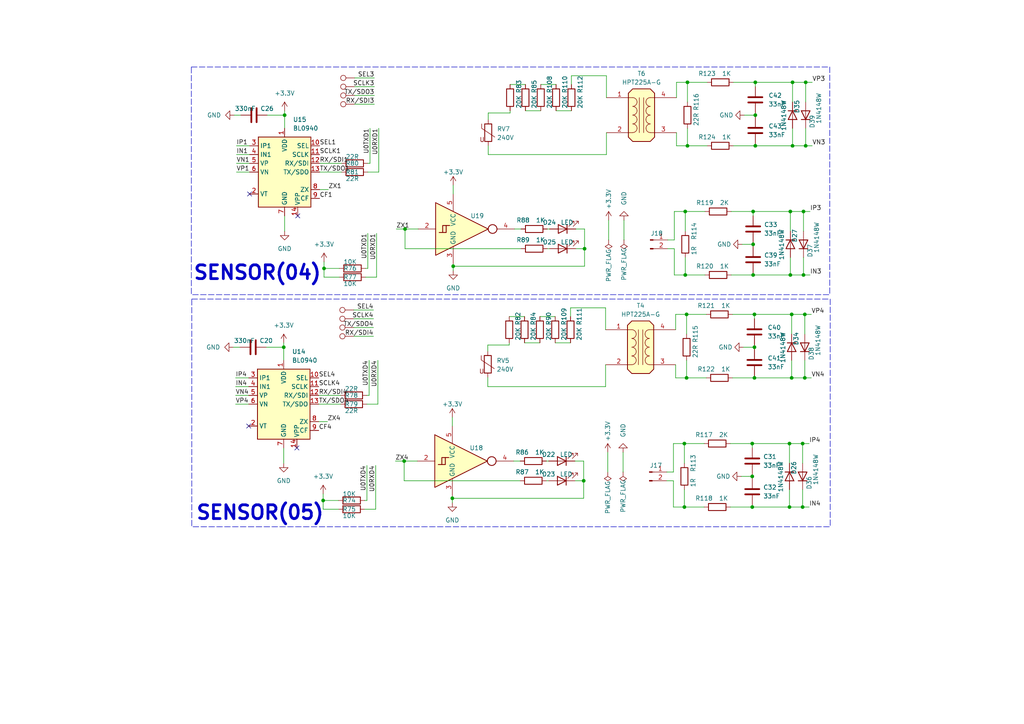
<source format=kicad_sch>
(kicad_sch (version 20231120) (generator "eeschema") (generator_version "8.0")
  (paper "A4")
  (lib_symbols
    (symbol "74xGxx:SN74LVC1G14DBV"
      (property "Reference" "U" (at -5.08 10.16 0))
      (property "Value" "SN74LVC1G14DBV" (at 20.32 10.16 0))
      (symbol "SN74LVC1G14DBV_0_1"
        (polyline (pts (xy -2.032 1.016) (xy -1.016 1.016)) (stroke (width 0.254)) (fill (type background)))
        (polyline (pts (xy -5.08 7.62) (xy -5.08 -7.62) (xy 10.16 0) (xy -5.08 7.62)) (stroke (width 0.254)) (fill (type background)))
        (polyline (pts (xy -3.048 -1.016) (xy -3.048 1.016) (xy -2.032 1.016) (xy -2.032 -1.016) (xy -4.064 -1.016)) (stroke (width 0.254)) (fill (type background)))
        (circle (center 11.43 0) (radius 1.27) (stroke (width 0.254)))
      )
      (symbol "SN74LVC1G14DBV_1_1"
        (pin no_connect line (at 10.16 0 180) (length 5.08) hide (name "NC") (number "1"))
        (pin input line (at -10.16 0 0) (length 5.08) (name "~") (number "2"))
        (pin power_in line (at 0 -10.16 90) (length 5.08) (name "GND") (number "3"))
        (pin output line (at 17.78 0 180) (length 5.08) (name "~") (number "4"))
        (pin power_in line (at 0 10.16 270) (length 5.08) (name "VCC") (number "5"))
      )
    )
    (symbol "Connector:Conn_01x02_Pin" (pin_names (offset 1.016) hide)
      (property "Reference" "J" (at 0 2.54 0))
      (property "Value" "Conn_01x02_Pin" (at 0 -5.08 0))
      (symbol "Conn_01x02_Pin_1_1"
        (polyline (pts (xy 1.27 -2.54) (xy 0.8636 -2.54)) (stroke (width 0.1524)))
        (polyline (pts (xy 1.27 0) (xy 0.8636 0)) (stroke (width 0.1524)))
        (rectangle (start 0.8636 -2.413) (end 0 -2.667) (stroke (width 0.1524)) (fill (type outline)))
        (rectangle (start 0.8636 0.127) (end 0 -0.127) (stroke (width 0.1524)) (fill (type outline)))
        (pin passive line (at 5.08 0 180) (length 3.81) (name "Pin_1") (number "1"))
        (pin passive line (at 5.08 -2.54 180) (length 3.81) (name "Pin_2") (number "2"))
      )
    )
    (symbol "Connector:TestPoint" (pin_numbers hide) (pin_names (offset 0.762) hide)
      (property "Reference" "TP" (at 0 6.858 0))
      (property "Value" "TestPoint" (at 0 5.08 0))
      (symbol "TestPoint_0_1"
        (circle (center 0 3.302) (radius 0.762))
      )
      (symbol "TestPoint_1_1"
        (pin passive line (at 0 0 90) (length 2.54) (name "1") (number "1"))
      )
    )
    (symbol "Device:C" (pin_numbers hide) (pin_names (offset 0.254))
      (property "Reference" "C" (at 0.635 2.54 0))
      (property "Value" "C" (at 0.635 -2.54 0))
      (symbol "C_0_1"
        (polyline (pts (xy -2.032 -0.762) (xy 2.032 -0.762)) (stroke (width 0.508)))
        (polyline (pts (xy -2.032 0.762) (xy 2.032 0.762)) (stroke (width 0.508)))
      )
      (symbol "C_1_1"
        (pin passive line (at 0 3.81 270) (length 2.794) (name "~") (number "1"))
        (pin passive line (at 0 -3.81 90) (length 2.794) (name "~") (number "2"))
      )
    )
    (symbol "Device:LED" (pin_numbers hide) (pin_names (offset 1.016) hide)
      (property "Reference" "D" (at 0 2.54 0))
      (property "Value" "LED" (at 0 -2.54 0))
      (symbol "LED_0_1"
        (polyline (pts (xy -1.27 -1.27) (xy -1.27 1.27)) (stroke (width 0.254)))
        (polyline (pts (xy -1.27 0) (xy 1.27 0)))
        (polyline (pts (xy 1.27 -1.27) (xy 1.27 1.27) (xy -1.27 0) (xy 1.27 -1.27)) (stroke (width 0.254)))
        (polyline (pts (xy -3.048 -0.762) (xy -4.572 -2.286) (xy -3.81 -2.286) (xy -4.572 -2.286) (xy -4.572 -1.524)))
        (polyline (pts (xy -1.778 -0.762) (xy -3.302 -2.286) (xy -2.54 -2.286) (xy -3.302 -2.286) (xy -3.302 -1.524)))
      )
      (symbol "LED_1_1"
        (pin passive line (at -3.81 0 0) (length 2.54) (name "K") (number "1"))
        (pin passive line (at 3.81 0 180) (length 2.54) (name "A") (number "2"))
      )
    )
    (symbol "Device:R" (pin_numbers hide) (pin_names (offset 0))
      (property "Reference" "R" (at 2.032 0 90))
      (property "Value" "R" (at 0 0 90))
      (symbol "R_0_1"
        (rectangle (start -1.016 -2.54) (end 1.016 2.54) (stroke (width 0.254)))
      )
      (symbol "R_1_1"
        (pin passive line (at 0 3.81 270) (length 1.27) (name "~") (number "1"))
        (pin passive line (at 0 -3.81 90) (length 1.27) (name "~") (number "2"))
      )
    )
    (symbol "Device:Transformer_Audio" (pin_names (offset 1.016) hide)
      (property "Reference" "T1" (at 0 12.7 0))
      (property "Value" "Transformer_Audio" (at 0 10.16 0))
      (symbol "Transformer_Audio_0_1"
        (arc (start -2.54 -5.0546) (mid -1.6599 -4.6901) (end -1.27 -3.81))
        (arc (start -2.54 -2.5146) (mid -1.6599 -2.1501) (end -1.27 -1.27))
        (arc (start -2.54 0.0254) (mid -1.6599 0.3899) (end -1.27 1.27))
        (arc (start -2.54 2.5654) (mid -1.6599 2.9299) (end -1.27 3.81))
        (arc (start -1.27 -3.81) (mid -1.642 -2.912) (end -2.54 -2.54))
        (arc (start -1.27 -1.27) (mid -1.642 -0.372) (end -2.54 0))
        (arc (start -1.27 1.27) (mid -1.642 2.168) (end -2.54 2.54))
        (arc (start -1.27 3.81) (mid -1.642 4.708) (end -2.54 5.08))
        (polyline (pts (xy -0.635 5.08) (xy -0.635 -5.08)))
        (polyline (pts (xy 0.635 -5.08) (xy 0.635 5.08)))
        (polyline (pts (xy -3.81 6.35) (xy -2.54 7.62) (xy 2.54 7.62) (xy 3.81 6.35) (xy 3.81 -6.35) (xy 2.54 -7.62) (xy -2.54 -7.62) (xy -3.81 -6.35) (xy -3.81 6.35)) (stroke (width 0.254)) (fill (type background)))
        (arc (start 1.2954 -1.27) (mid 1.6599 -2.1501) (end 2.54 -2.5146))
        (arc (start 1.2954 1.27) (mid 1.6599 0.3899) (end 2.54 0.0254))
        (arc (start 1.2954 3.81) (mid 1.6599 2.9299) (end 2.54 2.5654))
        (arc (start 1.3208 -3.81) (mid 1.6853 -4.6901) (end 2.5654 -5.0546))
        (arc (start 2.54 0) (mid 1.642 -0.372) (end 1.2954 -1.27))
        (arc (start 2.54 2.54) (mid 1.642 2.168) (end 1.2954 1.27))
        (arc (start 2.54 5.08) (mid 1.642 4.708) (end 1.2954 3.81))
        (arc (start 2.5654 -2.54) (mid 1.6674 -2.912) (end 1.3208 -3.81))
      )
      (symbol "Transformer_Audio_1_1"
        (pin passive line (at -10.16 5.08 0) (length 7.62) (name "AA") (number "1"))
        (pin passive line (at -10.16 -5.08 0) (length 7.62) (name "AB") (number "2"))
        (pin passive line (at 10.16 -5.08 180) (length 7.62) (name "SA") (number "3"))
        (pin passive line (at 10.16 5.08 180) (length 7.62) (name "SB") (number "4"))
      )
    )
    (symbol "Device:Varistor" (pin_numbers hide) (pin_names (offset 0))
      (property "Reference" "RV" (at 3.175 0 90))
      (property "Value" "Varistor" (at -3.175 0 90))
      (symbol "Varistor_0_0"
        (text "U" (at -1.778 -2.032 0) (effects (font (size 1.27 1.27))))
      )
      (symbol "Varistor_0_1"
        (rectangle (start -1.016 -2.54) (end 1.016 2.54) (stroke (width 0.254)))
        (polyline (pts (xy -1.905 2.54) (xy -1.905 1.27) (xy 1.905 -1.27)))
      )
      (symbol "Varistor_1_1"
        (pin passive line (at 0 3.81 270) (length 1.27) (name "~") (number "1"))
        (pin passive line (at 0 -3.81 90) (length 1.27) (name "~") (number "2"))
      )
    )
    (symbol "Diode:1N4148W" (pin_numbers hide) (pin_names hide)
      (property "Reference" "D" (at 0 2.54 0))
      (property "Value" "1N4148W" (at 0 -2.54 0))
      (symbol "1N4148W_0_1"
        (polyline (pts (xy -1.27 1.27) (xy -1.27 -1.27)) (stroke (width 0.254)))
        (polyline (pts (xy 1.27 0) (xy -1.27 0)))
        (polyline (pts (xy 1.27 1.27) (xy 1.27 -1.27) (xy -1.27 0) (xy 1.27 1.27)) (stroke (width 0.254)))
      )
      (symbol "1N4148W_1_1"
        (pin passive line (at -3.81 0 0) (length 2.54) (name "K") (number "1"))
        (pin passive line (at 3.81 0 180) (length 2.54) (name "A") (number "2"))
      )
    )
    (symbol "Sensor:BL0937"
      (property "Reference" "U2" (at 2.4028 10.16 0))
      (property "Value" "BL0940" (at 2.4028 7.62 0))
      (symbol "BL0937_0_1"
        (rectangle (start -7.62 5.08) (end 7.62 -15.24) (stroke (width 0.254)) (fill (type background)))
      )
      (symbol "BL0937_1_1"
        (pin power_in line (at 0 7.62 270) (length 2.54) (name "VDD") (number "1"))
        (pin output line (at 10.16 2.54 180) (length 2.54) (name "SEL") (number "10"))
        (pin input line (at 10.16 0 180) (length 2.54) (name "SCLK") (number "11"))
        (pin output line (at 10.16 -2.54 180) (length 2.54) (name "RX/SDI") (number "12"))
        (pin output line (at 10.16 -5.08 180) (length 2.54) (name "TX/SDO") (number "13"))
        (pin output line (at 3.81 -17.78 90) (length 2.54) (name "VPP") (number "14"))
        (pin input line (at -10.16 -11.43 0) (length 2.54) (name "VT") (number "2"))
        (pin input line (at -10.16 2.54 0) (length 2.54) (name "IP1") (number "3"))
        (pin input line (at -10.16 0 0) (length 2.54) (name "IN1") (number "4"))
        (pin input line (at -10.16 -2.54 0) (length 2.54) (name "VP") (number "5"))
        (pin input line (at -10.16 -5.08 0) (length 2.54) (name "VN") (number "6"))
        (pin power_in line (at 0 -17.78 90) (length 2.54) (name "GND") (number "7"))
        (pin output line (at 10.16 -10.16 180) (length 2.54) (name "ZX") (number "8"))
        (pin output line (at 10.16 -12.7 180) (length 2.54) (name "CF") (number "9"))
      )
    )
    (symbol "power:+3.3V" (power) (pin_names (offset 0))
      (property "Value" "+3.3V" (at 0 3.556 0))
      (symbol "+3.3V_0_1"
        (polyline (pts (xy -0.762 1.27) (xy 0 2.54)))
        (polyline (pts (xy 0 0) (xy 0 2.54)))
        (polyline (pts (xy 0 2.54) (xy 0.762 1.27)))
      )
      (symbol "+3.3V_1_1"
        (pin power_in line (at 0 0 90) (length 0) hide (name "+3.3V") (number "1"))
      )
    )
    (symbol "power:GND" (power) (pin_names (offset 0))
      (property "Value" "GND" (at 0 -3.81 0))
      (symbol "GND_0_1"
        (polyline (pts (xy 0 0) (xy 0 -1.27) (xy 1.27 -1.27) (xy 0 -2.54) (xy -1.27 -1.27) (xy 0 -1.27)))
      )
      (symbol "GND_1_1"
        (pin power_in line (at 0 0 270) (length 0) hide (name "GND") (number "1"))
      )
    )
    (symbol "power:PWR_FLAG" (power) (pin_numbers hide) (pin_names (offset 0) hide)
      (property "Value" "PWR_FLAG" (at 0 3.81 0))
      (symbol "PWR_FLAG_0_0"
        (pin power_out line (at 0 0 90) (length 0) (name "pwr") (number "1"))
      )
      (symbol "PWR_FLAG_0_1"
        (polyline (pts (xy 0 0) (xy 0 1.27) (xy -1.016 1.905) (xy 0 2.54) (xy 1.016 1.905) (xy 0 1.27)))
      )
    )
  )
  (junction (at 229.87 23.876))
  (junction (at 233.426 91.186))
  (junction (at 228.981 128.651))
  (junction (at 219.075 23.876))
  (junction (at 233.045 79.756))
  (junction (at 229.87 42.291))
  (junction (at 131.191 144.526))
  (junction (at 117.475 66.421))
  (junction (at 218.186 147.066))
  (junction (at 198.755 79.756))
  (junction (at 131.445 77.216))
  (junction (at 233.68 42.291))
  (junction (at 229.616 109.601))
  (junction (at 117.221 133.731))
  (junction (at 198.501 128.651))
  (junction (at 218.44 79.756))
  (junction (at 232.791 128.651))
  (junction (at 229.616 91.186))
  (junction (at 219.075 42.291))
  (junction (at 219.075 33.401))
  (junction (at 198.501 147.066))
  (junction (at 93.98 77.851))
  (junction (at 218.821 100.711))
  (junction (at 93.726 145.161))
  (junction (at 169.545 72.136))
  (junction (at 218.821 91.186))
  (junction (at 228.981 147.066))
  (junction (at 233.68 23.876))
  (junction (at 199.39 42.291))
  (junction (at 82.55 33.401))
  (junction (at 218.44 70.866))
  (junction (at 229.235 79.756))
  (junction (at 169.291 139.446))
  (junction (at 199.136 109.601))
  (junction (at 229.235 61.341))
  (junction (at 218.821 109.601))
  (junction (at 232.791 147.066))
  (junction (at 218.186 128.651))
  (junction (at 218.186 138.176))
  (junction (at 82.296 100.711))
  (junction (at 233.045 61.341))
  (junction (at 198.755 61.341))
  (junction (at 199.39 23.876))
  (junction (at 233.426 109.601))
  (junction (at 218.44 61.341))
  (junction (at 199.136 91.186))
  (no_connect (at 86.106 129.921))
  (no_connect (at 86.36 62.611))
  (no_connect (at 72.136 123.571))
  (no_connect (at 72.39 56.261))
  (wire (pts (xy 218.44 70.231) (xy 218.44 70.866)))
  (wire (pts (xy 131.191 144.526) (xy 131.191 145.796)))
  (wire (pts (xy 228.981 128.651) (xy 218.186 128.651)))
  (wire (pts (xy 233.426 91.186) (xy 235.331 91.186)))
  (wire (pts (xy 93.98 80.391) (xy 98.425 80.391)))
  (wire (pts (xy 212.471 91.186) (xy 218.821 91.186)))
  (wire (pts (xy 215.265 70.866) (xy 218.44 70.866)))
  (wire (pts (xy 141.478 100.076) (xy 147.701 100.076)))
  (wire (pts (xy 196.215 42.291) (xy 199.39 42.291)))
  (wire (pts (xy 229.235 79.756) (xy 218.44 79.756)))
  (wire (pts (xy 175.895 44.831) (xy 141.605 44.831)))
  (wire (pts (xy 152.4 32.131) (xy 156.845 32.131)))
  (wire (pts (xy 195.58 61.341) (xy 195.58 69.596)))
  (wire (pts (xy 229.235 67.056) (xy 229.235 61.341)))
  (wire (pts (xy 232.791 134.366) (xy 232.791 128.651)))
  (wire (pts (xy 68.58 44.831) (xy 72.39 44.831)))
  (wire (pts (xy 92.71 47.371) (xy 99.06 47.371)))
  (wire (pts (xy 195.961 91.186) (xy 199.136 91.186)))
  (wire (pts (xy 199.39 29.591) (xy 199.39 23.876)))
  (wire (pts (xy 219.075 32.766) (xy 219.075 33.401)))
  (wire (pts (xy 141.605 32.766) (xy 147.955 32.766)))
  (wire (pts (xy 195.961 109.601) (xy 199.136 109.601)))
  (wire (pts (xy 233.68 29.591) (xy 233.68 23.876)))
  (wire (pts (xy 228.981 147.066) (xy 218.186 147.066)))
  (wire (pts (xy 161.036 99.441) (xy 165.481 99.441)))
  (wire (pts (xy 108.966 135.001) (xy 108.966 147.701)))
  (wire (pts (xy 68.58 47.371) (xy 72.39 47.371)))
  (wire (pts (xy 198.755 74.676) (xy 198.755 79.756)))
  (wire (pts (xy 233.045 74.676) (xy 233.045 79.756)))
  (wire (pts (xy 107.315 37.211) (xy 107.315 47.371)))
  (wire (pts (xy 68.58 42.291) (xy 72.39 42.291)))
  (wire (pts (xy 106.045 80.391) (xy 109.22 80.391)))
  (wire (pts (xy 180.975 69.596) (xy 180.975 63.881)))
  (wire (pts (xy 193.421 136.906) (xy 195.326 136.906)))
  (wire (pts (xy 117.221 139.446) (xy 117.221 133.731)))
  (wire (pts (xy 193.675 72.136) (xy 195.58 72.136)))
  (wire (pts (xy 198.755 61.341) (xy 204.47 61.341)))
  (wire (pts (xy 218.44 61.341) (xy 218.44 62.611)))
  (wire (pts (xy 195.961 105.791) (xy 195.961 109.601)))
  (wire (pts (xy 233.045 61.341) (xy 229.235 61.341)))
  (wire (pts (xy 92.456 117.221) (xy 98.806 117.221)))
  (wire (pts (xy 233.426 91.186) (xy 229.616 91.186)))
  (wire (pts (xy 215.9 33.401) (xy 219.075 33.401)))
  (wire (pts (xy 195.58 79.756) (xy 198.755 79.756)))
  (wire (pts (xy 199.39 42.291) (xy 205.105 42.291)))
  (wire (pts (xy 211.836 128.651) (xy 218.186 128.651)))
  (wire (pts (xy 93.726 145.161) (xy 93.726 147.701)))
  (wire (pts (xy 147.955 24.511) (xy 152.4 24.511)))
  (wire (pts (xy 212.09 79.756) (xy 218.44 79.756)))
  (wire (pts (xy 198.755 67.056) (xy 198.755 61.341)))
  (wire (pts (xy 165.735 24.511) (xy 165.735 21.971)))
  (wire (pts (xy 148.971 133.731) (xy 150.876 133.731)))
  (wire (pts (xy 159.385 66.421) (xy 158.75 66.421)))
  (wire (pts (xy 131.445 76.581) (xy 131.445 77.216)))
  (wire (pts (xy 114.681 133.731) (xy 117.221 133.731)))
  (wire (pts (xy 68.326 112.141) (xy 72.136 112.141)))
  (wire (pts (xy 77.47 33.401) (xy 82.55 33.401)))
  (wire (pts (xy 93.726 147.701) (xy 98.171 147.701)))
  (wire (pts (xy 68.326 114.681) (xy 72.136 114.681)))
  (wire (pts (xy 108.585 25.146) (xy 102.87 25.146)))
  (wire (pts (xy 109.855 37.211) (xy 109.855 49.911)))
  (wire (pts (xy 233.045 67.056) (xy 233.045 61.341)))
  (wire (pts (xy 229.87 29.591) (xy 229.87 23.876)))
  (wire (pts (xy 195.326 128.651) (xy 198.501 128.651)))
  (wire (pts (xy 105.791 145.161) (xy 106.426 145.161)))
  (wire (pts (xy 195.326 147.066) (xy 198.501 147.066)))
  (wire (pts (xy 106.045 77.851) (xy 106.68 77.851)))
  (wire (pts (xy 229.616 91.186) (xy 218.821 91.186)))
  (wire (pts (xy 131.191 121.031) (xy 131.191 123.571)))
  (wire (pts (xy 105.791 147.701) (xy 108.966 147.701)))
  (wire (pts (xy 147.955 32.766) (xy 147.955 32.131)))
  (wire (pts (xy 193.421 139.446) (xy 195.326 139.446)))
  (wire (pts (xy 141.605 34.671) (xy 141.605 32.766)))
  (wire (pts (xy 107.061 104.521) (xy 107.061 114.681)))
  (wire (pts (xy 156.845 24.511) (xy 161.29 24.511)))
  (wire (pts (xy 77.216 100.711) (xy 82.296 100.711)))
  (wire (pts (xy 176.53 69.596) (xy 176.53 63.881)))
  (wire (pts (xy 68.326 117.221) (xy 72.136 117.221)))
  (wire (pts (xy 93.98 75.946) (xy 93.98 77.851)))
  (wire (pts (xy 198.501 141.986) (xy 198.501 147.066)))
  (wire (pts (xy 199.136 91.186) (xy 204.851 91.186)))
  (wire (pts (xy 233.045 79.756) (xy 234.95 79.756)))
  (wire (pts (xy 215.011 138.176) (xy 218.186 138.176)))
  (wire (pts (xy 199.136 96.901) (xy 199.136 91.186)))
  (wire (pts (xy 233.426 109.601) (xy 229.616 109.601)))
  (wire (pts (xy 229.616 96.901) (xy 229.616 91.186)))
  (wire (pts (xy 233.68 37.211) (xy 233.68 42.291)))
  (wire (pts (xy 93.726 143.256) (xy 93.726 145.161)))
  (wire (pts (xy 198.755 79.756) (xy 204.47 79.756)))
  (wire (pts (xy 131.191 144.526) (xy 169.291 144.526)))
  (wire (pts (xy 141.605 44.831) (xy 141.605 42.291)))
  (wire (pts (xy 108.585 30.226) (xy 102.87 30.226)))
  (wire (pts (xy 228.981 141.986) (xy 228.981 147.066)))
  (wire (pts (xy 195.326 139.446) (xy 195.326 147.066)))
  (wire (pts (xy 161.29 32.131) (xy 165.735 32.131)))
  (wire (pts (xy 92.71 49.911) (xy 99.06 49.911)))
  (wire (pts (xy 117.475 66.421) (xy 121.285 66.421)))
  (wire (pts (xy 195.326 128.651) (xy 195.326 136.906)))
  (wire (pts (xy 141.478 112.141) (xy 141.478 109.474)))
  (wire (pts (xy 150.876 139.446) (xy 117.221 139.446)))
  (wire (pts (xy 212.725 42.291) (xy 219.075 42.291)))
  (wire (pts (xy 156.591 91.821) (xy 161.036 91.821)))
  (wire (pts (xy 229.87 37.211) (xy 229.87 42.291)))
  (wire (pts (xy 196.215 38.481) (xy 196.215 42.291)))
  (wire (pts (xy 141.478 101.854) (xy 141.478 100.076)))
  (wire (pts (xy 147.701 100.076) (xy 147.701 99.441)))
  (wire (pts (xy 175.641 112.141) (xy 141.478 112.141)))
  (wire (pts (xy 229.87 42.291) (xy 219.075 42.291)))
  (wire (pts (xy 218.821 91.186) (xy 218.821 92.456)))
  (wire (pts (xy 232.791 147.066) (xy 234.696 147.066)))
  (wire (pts (xy 175.895 38.481) (xy 175.895 44.831)))
  (wire (pts (xy 165.735 21.971) (xy 175.895 21.971)))
  (wire (pts (xy 169.291 133.731) (xy 169.291 139.446)))
  (wire (pts (xy 228.981 134.366) (xy 228.981 128.651)))
  (wire (pts (xy 147.701 91.821) (xy 152.146 91.821)))
  (wire (pts (xy 131.445 77.216) (xy 169.545 77.216)))
  (wire (pts (xy 93.98 77.851) (xy 98.425 77.851)))
  (wire (pts (xy 218.44 70.866) (xy 218.44 71.501)))
  (wire (pts (xy 106.68 49.911) (xy 109.855 49.911)))
  (wire (pts (xy 233.68 23.876) (xy 229.87 23.876)))
  (wire (pts (xy 108.331 92.456) (xy 102.616 92.456)))
  (wire (pts (xy 82.55 32.131) (xy 82.55 33.401)))
  (wire (pts (xy 215.646 100.711) (xy 218.821 100.711)))
  (wire (pts (xy 232.791 141.986) (xy 232.791 147.066)))
  (wire (pts (xy 196.215 23.876) (xy 199.39 23.876)))
  (wire (pts (xy 211.836 147.066) (xy 218.186 147.066)))
  (wire (pts (xy 218.821 100.076) (xy 218.821 100.711)))
  (wire (pts (xy 218.186 137.541) (xy 218.186 138.176)))
  (wire (pts (xy 195.58 72.136) (xy 195.58 79.756)))
  (wire (pts (xy 117.221 133.731) (xy 121.031 133.731)))
  (wire (pts (xy 175.641 105.791) (xy 175.641 112.141)))
  (wire (pts (xy 82.296 134.366) (xy 82.296 129.921)))
  (wire (pts (xy 176.276 136.906) (xy 176.276 131.191)))
  (wire (pts (xy 82.296 100.711) (xy 82.296 104.521)))
  (wire (pts (xy 218.821 100.711) (xy 218.821 101.346)))
  (wire (pts (xy 159.385 72.136) (xy 158.75 72.136)))
  (wire (pts (xy 229.235 74.676) (xy 229.235 79.756)))
  (wire (pts (xy 151.13 72.136) (xy 117.475 72.136)))
  (wire (pts (xy 233.68 42.291) (xy 235.585 42.291)))
  (wire (pts (xy 106.68 67.691) (xy 106.68 77.851)))
  (wire (pts (xy 152.146 99.441) (xy 156.591 99.441)))
  (wire (pts (xy 106.426 114.681) (xy 107.061 114.681)))
  (wire (pts (xy 131.191 143.891) (xy 131.191 144.526)))
  (wire (pts (xy 106.426 135.001) (xy 106.426 145.161)))
  (wire (pts (xy 109.601 104.521) (xy 109.601 117.221)))
  (wire (pts (xy 108.585 27.686) (xy 102.87 27.686)))
  (wire (pts (xy 68.326 109.601) (xy 72.136 109.601)))
  (wire (pts (xy 93.98 77.851) (xy 93.98 80.391)))
  (wire (pts (xy 180.721 136.906) (xy 180.721 131.191)))
  (wire (pts (xy 219.075 23.876) (xy 219.075 25.146)))
  (wire (pts (xy 82.296 99.441) (xy 82.296 100.711)))
  (wire (pts (xy 232.791 128.651) (xy 234.696 128.651)))
  (wire (pts (xy 233.68 23.876) (xy 235.585 23.876)))
  (wire (pts (xy 108.331 94.996) (xy 102.616 94.996)))
  (wire (pts (xy 106.426 117.221) (xy 109.601 117.221)))
  (wire (pts (xy 159.131 139.446) (xy 158.496 139.446)))
  (wire (pts (xy 95.25 54.991) (xy 92.71 54.991)))
  (wire (pts (xy 233.426 109.601) (xy 235.331 109.601)))
  (wire (pts (xy 218.186 146.431) (xy 218.186 147.066)))
  (wire (pts (xy 198.501 128.651) (xy 204.216 128.651)))
  (wire (pts (xy 218.44 79.121) (xy 218.44 79.756)))
  (wire (pts (xy 229.235 61.341) (xy 218.44 61.341)))
  (wire (pts (xy 198.501 147.066) (xy 204.216 147.066)))
  (wire (pts (xy 82.55 33.401) (xy 82.55 37.211)))
  (wire (pts (xy 94.996 122.301) (xy 92.456 122.301)))
  (wire (pts (xy 229.616 109.601) (xy 218.821 109.601)))
  (wire (pts (xy 68.58 49.911) (xy 72.39 49.911)))
  (wire (pts (xy 199.39 23.876) (xy 205.105 23.876)))
  (wire (pts (xy 159.131 133.731) (xy 158.496 133.731)))
  (wire (pts (xy 233.045 61.341) (xy 234.95 61.341)))
  (wire (pts (xy 169.545 66.421) (xy 169.545 72.136)))
  (wire (pts (xy 67.945 33.401) (xy 69.85 33.401)))
  (wire (pts (xy 196.215 28.321) (xy 196.215 23.876)))
  (wire (pts (xy 131.445 77.216) (xy 131.445 78.486)))
  (wire (pts (xy 232.791 128.651) (xy 228.981 128.651)))
  (wire (pts (xy 199.136 104.521) (xy 199.136 109.601)))
  (wire (pts (xy 92.456 114.681) (xy 98.806 114.681)))
  (wire (pts (xy 108.331 89.916) (xy 102.616 89.916)))
  (wire (pts (xy 198.501 134.366) (xy 198.501 128.651)))
  (wire (pts (xy 165.481 89.281) (xy 175.641 89.281)))
  (wire (pts (xy 82.55 67.056) (xy 82.55 62.611)))
  (wire (pts (xy 114.935 66.421) (xy 117.475 66.421)))
  (wire (pts (xy 169.545 72.136) (xy 169.545 77.216)))
  (wire (pts (xy 232.791 147.066) (xy 228.981 147.066)))
  (wire (pts (xy 131.445 53.721) (xy 131.445 56.261)))
  (wire (pts (xy 199.39 37.211) (xy 199.39 42.291)))
  (wire (pts (xy 229.87 23.876) (xy 219.075 23.876)))
  (wire (pts (xy 219.075 33.401) (xy 219.075 34.036)))
  (wire (pts (xy 199.136 109.601) (xy 204.851 109.601)))
  (wire (pts (xy 219.075 41.656) (xy 219.075 42.291)))
  (wire (pts (xy 167.005 72.136) (xy 169.545 72.136)))
  (wire (pts (xy 229.616 104.521) (xy 229.616 109.601)))
  (wire (pts (xy 218.821 108.966) (xy 218.821 109.601)))
  (wire (pts (xy 193.675 69.596) (xy 195.58 69.596)))
  (wire (pts (xy 93.726 145.161) (xy 98.171 145.161)))
  (wire (pts (xy 149.225 66.421) (xy 151.13 66.421)))
  (wire (pts (xy 117.475 72.136) (xy 117.475 66.421)))
  (wire (pts (xy 106.68 47.371) (xy 107.315 47.371)))
  (wire (pts (xy 175.895 21.971) (xy 175.895 28.321)))
  (wire (pts (xy 218.186 128.651) (xy 218.186 129.921)))
  (wire (pts (xy 109.22 67.691) (xy 109.22 80.391)))
  (wire (pts (xy 233.426 96.901) (xy 233.426 91.186)))
  (wire (pts (xy 233.68 42.291) (xy 229.87 42.291)))
  (wire (pts (xy 108.331 97.536) (xy 102.616 97.536)))
  (wire (pts (xy 212.725 23.876) (xy 219.075 23.876)))
  (wire (pts (xy 165.481 91.821) (xy 165.481 89.281)))
  (wire (pts (xy 195.58 61.341) (xy 198.755 61.341)))
  (wire (pts (xy 218.186 138.176) (xy 218.186 138.811)))
  (wire (pts (xy 166.751 139.446) (xy 169.291 139.446)))
  (wire (pts (xy 233.045 79.756) (xy 229.235 79.756)))
  (wire (pts (xy 233.426 104.521) (xy 233.426 109.601)))
  (wire (pts (xy 166.751 133.731) (xy 169.291 133.731)))
  (wire (pts (xy 212.471 109.601) (xy 218.821 109.601)))
  (wire (pts (xy 108.585 22.606) (xy 102.87 22.606)))
  (wire (pts (xy 175.641 89.281) (xy 175.641 95.631)))
  (wire (pts (xy 212.09 61.341) (xy 218.44 61.341)))
  (wire (pts (xy 169.291 139.446) (xy 169.291 144.526)))
  (wire (pts (xy 67.691 100.711) (xy 69.596 100.711)))
  (wire (pts (xy 167.005 66.421) (xy 169.545 66.421)))
  (wire (pts (xy 195.961 95.631) (xy 195.961 91.186)))
  (rectangle (start 240.665 19.431) (end 55.499 85.471) (stroke (width 0) (type dash)))
  (rectangle (start 55.626 86.741) (end 240.792 152.781) (stroke (width 0) (type dash)))
  (text "SENSOR(05)" (at 75.438 148.844 0) (effects (font (size 4 4) (thickness 0.8) (bold yes))))
  (text "SENSOR(04)" (at 74.676 79.248 0) (effects (font (size 4 4) (thickness 0.8) (bold yes))))
  (label "SEL4" (at 92.456 109.601 0))
  (label "U0TXD4" (at 107.061 104.521 270))
  (label "SEL4" (at 108.331 89.916 180))
  (label "U0TXD1" (at 107.315 37.211 270))
  (label "IP1" (at 68.58 42.291 0))
  (label "IN1" (at 68.58 44.831 0))
  (label "RX{slash}SDI3" (at 108.585 30.226 180))
  (label "CF1" (at 92.71 57.531 0))
  (label "IP4" (at 68.326 109.601 0))
  (label "SEL1" (at 92.71 42.291 0))
  (label "IP4" (at 234.696 128.651 0))
  (label "ZX4" (at 114.681 133.731 0))
  (label "VP4" (at 235.331 91.186 0))
  (label "RX{slash}SDI4" (at 92.456 114.681 0))
  (label "RX{slash}SDI1" (at 92.71 47.371 0))
  (label "CF4" (at 92.456 124.841 0))
  (label "VP1" (at 68.58 49.911 0))
  (label "VP3" (at 235.585 23.876 0))
  (label "IN4" (at 68.326 112.141 0))
  (label "U0RXD1" (at 109.22 67.691 270))
  (label "IP3" (at 234.95 61.341 0))
  (label "VN4" (at 235.331 109.601 0))
  (label "SCLK3" (at 108.585 25.146 180))
  (label "TX{slash}SDO3" (at 108.585 27.686 180))
  (label "VP4" (at 68.326 117.221 0))
  (label "VN3" (at 235.585 42.291 0))
  (label "U0RXD4" (at 109.601 104.521 270))
  (label "RX{slash}SDI4" (at 108.331 97.536 180))
  (label "TX{slash}SDO4" (at 92.456 117.221 0))
  (label "ZX4" (at 94.996 122.301 0))
  (label "SEL3" (at 108.585 22.606 180))
  (label "ZX1" (at 95.25 54.991 0))
  (label "U0RXD4" (at 108.966 135.001 270))
  (label "SCLK4" (at 108.331 92.456 180))
  (label "IN3" (at 234.95 79.756 0))
  (label "ZX1" (at 114.935 66.421 0))
  (label "VN1" (at 68.58 47.371 0))
  (label "SCLK4" (at 92.456 112.141 0))
  (label "TX{slash}SDO1" (at 92.71 49.911 0))
  (label "IN4" (at 234.696 147.066 0))
  (label "VN4" (at 68.326 114.681 0))
  (label "TX{slash}SDO4" (at 108.331 94.996 180))
  (label "SCLK1" (at 92.71 44.831 0))
  (label "U0TXD4" (at 106.426 135.001 270))
  (label "U0TXD1" (at 106.68 67.691 270))
  (label "U0RXD1" (at 109.855 37.211 270))
  (symbol (lib_id "Device:R") (at 208.026 128.651 90) (unit 1)
    (property "Reference" "R117" (at 206.756 126.111 90) (effects (justify left)))
    (property "Value" "2K" (at 211.201 126.111 90) (effects (justify left)))
    (property "Footprint" "Resistor_SMD:R_0603_1608Metric" (effects (hide yes)))
  )
  (symbol (lib_id "power:+3.3V") (at 131.191 121.031 0) (unit 1)
    (property "Reference" "#PWR081" (effects (hide yes)))
    (property "Value" "+3.3V" (at 131.191 117.221 0))
  )
  (symbol (lib_id "Connector:TestPoint") (at 102.87 30.226 90) (unit 1)
    (property "Reference" "TP26" (effects (hide yes)))
    (property "Value" "TestPoint" (effects (hide yes)))
    (property "Footprint" "TestPoint:TestPoint_Pad_D1.5mm" (effects (hide yes)))
  )
  (symbol (lib_id "Device:R") (at 165.735 28.321 0) (unit 1)
    (property "Reference" "R112" (at 168.275 27.051 90) (effects (justify left)))
    (property "Value" "20K" (at 168.275 31.496 90) (effects (justify left)))
    (property "Footprint" "Resistor_SMD:R_0603_1608Metric" (effects (hide yes)))
  )
  (symbol (lib_id "Device:C") (at 218.44 75.311 0) (unit 1)
    (property "Reference" "C39" (at 221.615 74.041 0) (effects (justify left)))
    (property "Value" "33nF" (at 221.615 76.581 0) (effects (justify left)))
    (property "Footprint" "Capacitor_SMD:C_0603_1608Metric" (effects (hide yes)))
  )
  (symbol (lib_id "Device:R") (at 199.39 33.401 0) (unit 1)
    (property "Reference" "R116" (at 201.93 32.131 90) (effects (justify left)))
    (property "Value" "22R" (at 201.93 36.576 90) (effects (justify left)))
    (property "Footprint" "Resistor_SMD:R_0603_1608Metric" (effects (hide yes)))
  )
  (symbol (lib_id "Connector:TestPoint") (at 102.616 97.536 90) (unit 1)
    (property "Reference" "TP16" (effects (hide yes)))
    (property "Value" "TestPoint" (effects (hide yes)))
    (property "Footprint" "TestPoint:TestPoint_Pad_D1.5mm" (effects (hide yes)))
  )
  (symbol (lib_id "Connector:TestPoint") (at 102.87 27.686 90) (unit 1)
    (property "Reference" "TP25" (effects (hide yes)))
    (property "Value" "TestPoint" (effects (hide yes)))
    (property "Footprint" "TestPoint:TestPoint_Pad_D1.5mm" (effects (hide yes)))
  )
  (symbol (lib_id "Device:R") (at 198.755 70.866 0) (unit 1)
    (property "Reference" "R114" (at 201.295 69.596 90) (effects (justify left)))
    (property "Value" "1R" (at 201.295 74.041 90) (effects (justify left)))
    (property "Footprint" "Resistor_SMD:R_0603_1608Metric" (effects (hide yes)))
  )
  (symbol (lib_id "Device:LED") (at 162.941 133.731 180) (unit 1)
    (property "Reference" "D22" (at 159.131 131.826 0))
    (property "Value" "LED" (at 164.211 131.826 0))
    (property "Footprint" "LED_SMD:LED_0603_1608Metric" (effects (hide yes)))
  )
  (symbol (lib_id "Device:R") (at 199.136 100.711 0) (unit 1)
    (property "Reference" "R115" (at 201.676 99.441 90) (effects (justify left)))
    (property "Value" "22R" (at 201.676 103.886 90) (effects (justify left)))
    (property "Footprint" "Resistor_SMD:R_0603_1608Metric" (effects (hide yes)))
  )
  (symbol (lib_id "Device:Varistor") (at 141.478 105.664 0) (unit 1)
    (property "Reference" "RV5" (at 144.018 104.5873 0) (effects (justify left)))
    (property "Value" "240V" (at 144.018 107.1273 0) (effects (justify left)))
    (property "Footprint" "Varistor:RV_Disc_D7mm_W3.5mm_P5mm" (effects (hide yes)))
    (property "Sim.Name" "kicad_builtin_varistor" (effects (hide yes)))
    (property "Sim.Device" "SUBCKT" (effects (hide yes)))
    (property "Sim.Pins" "1=A 2=B" (effects (hide yes)))
    (property "Sim.Params" "threshold=1k" (effects (hide yes)))
    (property "Sim.Library" "${KICAD7_SYMBOL_DIR}/Simulation_SPICE.sp" (effects (hide yes)))
  )
  (symbol (lib_id "Device:R") (at 156.845 28.321 0) (unit 1)
    (property "Reference" "R108" (at 159.385 27.051 90) (effects (justify left)))
    (property "Value" "20K" (at 159.385 31.496 90) (effects (justify left)))
    (property "Footprint" "Resistor_SMD:R_0603_1608Metric" (effects (hide yes)))
  )
  (symbol (lib_id "Device:R") (at 161.036 95.631 0) (unit 1)
    (property "Reference" "R109" (at 163.576 94.361 90) (effects (justify left)))
    (property "Value" "20K" (at 163.576 98.806 90) (effects (justify left)))
    (property "Footprint" "Resistor_SMD:R_0603_1608Metric" (effects (hide yes)))
  )
  (symbol (lib_id "Device:R") (at 102.235 80.391 90) (unit 1)
    (property "Reference" "R77" (at 103.505 80.391 90) (effects (justify left)))
    (property "Value" "10K" (at 103.505 82.296 90) (effects (justify left)))
    (property "Footprint" "Resistor_SMD:R_0603_1608Metric" (effects (hide yes)))
  )
  (symbol (lib_id "power:GND") (at 215.011 138.176 270) (unit 1)
    (property "Reference" "#PWR099" (effects (hide yes)))
    (property "Value" "GND" (at 211.836 138.176 90) (effects (justify right)))
  )
  (symbol (lib_id "Connector:TestPoint") (at 102.616 94.996 90) (unit 1)
    (property "Reference" "TP15" (effects (hide yes)))
    (property "Value" "TestPoint" (effects (hide yes)))
    (property "Footprint" "TestPoint:TestPoint_Pad_D1.5mm" (effects (hide yes)))
  )
  (symbol (lib_id "Device:R") (at 154.94 72.136 90) (unit 1)
    (property "Reference" "R89" (at 153.67 69.596 90) (effects (justify left)))
    (property "Value" "1K" (at 158.115 69.596 90) (effects (justify left)))
    (property "Footprint" "Resistor_SMD:R_0603_1608Metric" (effects (hide yes)))
  )
  (symbol (lib_id "power:+3.3V") (at 176.53 63.881 0) (unit 1)
    (property "Reference" "#PWR096" (effects (hide yes)))
    (property "Value" "+3.3V" (at 176.53 60.706 90) (effects (justify left)))
  )
  (symbol (lib_id "Device:R") (at 154.94 66.421 90) (unit 1)
    (property "Reference" "R88" (at 153.67 63.881 90) (effects (justify left)))
    (property "Value" "1K" (at 158.115 63.881 90) (effects (justify left)))
    (property "Footprint" "Resistor_SMD:R_0603_1608Metric" (effects (hide yes)))
  )
  (symbol (lib_id "Device:R") (at 102.235 77.851 90) (unit 1)
    (property "Reference" "R76" (at 103.505 77.851 90) (effects (justify left)))
    (property "Value" "10K" (at 103.505 75.946 90) (effects (justify left)))
    (property "Footprint" "Resistor_SMD:R_0603_1608Metric" (effects (hide yes)))
  )
  (symbol (lib_id "power:GND") (at 67.691 100.711 270) (unit 1)
    (property "Reference" "#PWR073" (effects (hide yes)))
    (property "Value" "GND" (at 63.881 100.711 90) (effects (justify right)))
  )
  (symbol (lib_id "power:+3.3V") (at 93.98 75.946 0) (unit 1)
    (property "Reference" "#PWR080" (effects (hide yes)))
    (property "Value" "+3.3V" (at 93.98 70.866 0))
  )
  (symbol (lib_id "Device:C") (at 219.075 28.956 0) (unit 1)
    (property "Reference" "C42" (at 222.885 27.686 0) (effects (justify left)))
    (property "Value" "33nF" (at 222.885 30.226 0) (effects (justify left)))
    (property "Footprint" "Capacitor_SMD:C_0603_1608Metric" (effects (hide yes)))
  )
  (symbol (lib_id "power:GND") (at 131.191 145.796 0) (unit 1)
    (property "Reference" "#PWR082" (effects (hide yes)))
    (property "Value" "GND" (at 131.191 150.876 0))
  )
  (symbol (lib_id "Device:C") (at 218.186 133.731 0) (unit 1)
    (property "Reference" "C31" (at 221.361 132.461 0) (effects (justify left)))
    (property "Value" "33nF" (at 221.361 135.001 0) (effects (justify left)))
    (property "Footprint" "Capacitor_SMD:C_0603_1608Metric" (effects (hide yes)))
  )
  (symbol (lib_id "Diode:1N4148W") (at 233.045 70.866 90) (unit 1)
    (property "Reference" "D37" (at 234.95 74.676 0) (effects (justify left)))
    (property "Value" "1N4148W" (at 236.855 73.406 0) (effects (justify left)))
    (property "Footprint" "Diode_SMD:D_SOD-323" (effects (hide yes)))
    (property "Datasheet" "https://www.vishay.com/docs/85748/1n4148w.pdf" (effects (hide yes)))
    (property "Sim.Device" "D" (effects (hide yes)))
    (property "Sim.Pins" "1=K 2=A" (effects (hide yes)))
  )
  (symbol (lib_id "Device:R") (at 102.616 114.681 90) (unit 1)
    (property "Reference" "R78" (at 103.886 114.681 90) (effects (justify left)))
    (property "Value" "22R" (at 103.886 112.776 90) (effects (justify left)))
    (property "Footprint" "Resistor_SMD:R_0603_1608Metric" (effects (hide yes)))
  )
  (symbol (lib_id "Device:R") (at 101.981 145.161 90) (unit 1)
    (property "Reference" "R74" (at 103.251 145.161 90) (effects (justify left)))
    (property "Value" "10K" (at 103.251 143.256 90) (effects (justify left)))
    (property "Footprint" "Resistor_SMD:R_0603_1608Metric" (effects (hide yes)))
  )
  (symbol (lib_id "Connector:TestPoint") (at 102.616 92.456 90) (unit 1)
    (property "Reference" "TP14" (effects (hide yes)))
    (property "Value" "TestPoint" (effects (hide yes)))
    (property "Footprint" "TestPoint:TestPoint_Pad_D1.5mm" (effects (hide yes)))
  )
  (symbol (lib_id "Device:R") (at 154.686 139.446 90) (unit 1)
    (property "Reference" "R87" (at 153.416 136.906 90) (effects (justify left)))
    (property "Value" "1K" (at 157.861 136.906 90) (effects (justify left)))
    (property "Footprint" "Resistor_SMD:R_0603_1608Metric" (effects (hide yes)))
  )
  (symbol (lib_id "Diode:1N4148W") (at 229.87 33.401 270) (unit 1)
    (property "Reference" "D35" (at 231.14 28.956 0) (effects (justify left)))
    (property "Value" "1N4148W" (at 227.33 28.956 0) (effects (justify left)))
    (property "Footprint" "Diode_SMD:D_SOD-323" (effects (hide yes)))
    (property "Datasheet" "https://www.vishay.com/docs/85748/1n4148w.pdf" (effects (hide yes)))
    (property "Sim.Device" "D" (effects (hide yes)))
    (property "Sim.Pins" "1=K 2=A" (effects (hide yes)))
  )
  (symbol (lib_id "power:+3.3V") (at 176.276 131.191 0) (unit 1)
    (property "Reference" "#PWR095" (effects (hide yes)))
    (property "Value" "+3.3V" (at 176.276 128.016 90) (effects (justify left)))
  )
  (symbol (lib_id "power:GND") (at 180.975 63.881 180) (unit 1)
    (property "Reference" "#PWR098" (effects (hide yes)))
    (property "Value" "GND" (at 180.975 57.531 90))
  )
  (symbol (lib_id "Device:C") (at 219.075 37.846 0) (unit 1)
    (property "Reference" "C43" (at 222.885 36.576 0) (effects (justify left)))
    (property "Value" "33nF" (at 222.885 39.116 0) (effects (justify left)))
    (property "Footprint" "Capacitor_SMD:C_0603_1608Metric" (effects (hide yes)))
  )
  (symbol (lib_id "Device:C") (at 218.821 96.266 0) (unit 1)
    (property "Reference" "C40" (at 222.631 94.996 0) (effects (justify left)))
    (property "Value" "33nF" (at 222.631 97.536 0) (effects (justify left)))
    (property "Footprint" "Capacitor_SMD:C_0603_1608Metric" (effects (hide yes)))
  )
  (symbol (lib_id "power:PWR_FLAG") (at 180.721 136.906 180) (unit 1)
    (property "Reference" "#FLG09" (effects (hide yes)))
    (property "Value" "PWR_FLAG" (at 180.721 143.891 90))
  )
  (symbol (lib_id "Connector:TestPoint") (at 102.616 89.916 90) (unit 1)
    (property "Reference" "TP13" (effects (hide yes)))
    (property "Value" "TestPoint" (effects (hide yes)))
    (property "Footprint" "TestPoint:TestPoint_Pad_D1.5mm" (effects (hide yes)))
  )
  (symbol (lib_id "Device:LED") (at 163.195 72.136 180) (unit 1)
    (property "Reference" "D25" (at 159.385 70.231 0))
    (property "Value" "LED" (at 164.465 70.231 0))
    (property "Footprint" "LED_SMD:LED_0603_1608Metric" (effects (hide yes)))
  )
  (symbol (lib_id "power:GND") (at 82.55 67.056 0) (unit 1)
    (property "Reference" "#PWR078" (effects (hide yes)))
    (property "Value" "GND" (at 82.55 72.136 0))
  )
  (symbol (lib_id "power:+3.3V") (at 93.726 143.256 0) (unit 1)
    (property "Reference" "#PWR079" (effects (hide yes)))
    (property "Value" "+3.3V" (at 93.726 138.176 0))
  )
  (symbol (lib_id "Diode:1N4148W") (at 233.426 100.711 90) (unit 1)
    (property "Reference" "D38" (at 235.331 104.521 0) (effects (justify left)))
    (property "Value" "1N4148W" (at 237.236 103.251 0) (effects (justify left)))
    (property "Footprint" "Diode_SMD:D_SOD-323" (effects (hide yes)))
    (property "Datasheet" "https://www.vishay.com/docs/85748/1n4148w.pdf" (effects (hide yes)))
    (property "Sim.Device" "D" (effects (hide yes)))
    (property "Sim.Pins" "1=K 2=A" (effects (hide yes)))
  )
  (symbol (lib_id "Device:R") (at 154.686 133.731 90) (unit 1)
    (property "Reference" "R86" (at 153.416 131.191 90) (effects (justify left)))
    (property "Value" "1K" (at 157.861 131.191 90) (effects (justify left)))
    (property "Footprint" "Resistor_SMD:R_0603_1608Metric" (effects (hide yes)))
  )
  (symbol (lib_id "Sensor:BL0937") (at 82.55 44.831 0) (unit 1)
    (property "Reference" "U15" (at 84.9528 34.671 0) (effects (justify left)))
    (property "Value" "BL0940" (at 84.9528 37.211 0) (effects (justify left)))
    (property "Footprint" "Package_SO:TSSOP-14_4.4x5mm_P0.65mm" (effects (hide yes)))
    (property "Datasheet" "https://datasheet.lcsc.com/lcsc/2006282023_BL-Shanghai-Belling-BL0940_C691894.pdf" (effects (hide yes)))
  )
  (symbol (lib_id "Diode:1N4148W") (at 233.68 33.401 90) (unit 1)
    (property "Reference" "D39" (at 235.585 37.211 0) (effects (justify left)))
    (property "Value" "1N4148W" (at 237.49 35.941 0) (effects (justify left)))
    (property "Footprint" "Diode_SMD:D_SOD-323" (effects (hide yes)))
    (property "Datasheet" "https://www.vishay.com/docs/85748/1n4148w.pdf" (effects (hide yes)))
    (property "Sim.Device" "D" (effects (hide yes)))
    (property "Sim.Pins" "1=K 2=A" (effects (hide yes)))
  )
  (symbol (lib_id "power:GND") (at 82.296 134.366 0) (unit 1)
    (property "Reference" "#PWR076" (effects (hide yes)))
    (property "Value" "GND" (at 82.296 139.446 0))
  )
  (symbol (lib_id "power:GND") (at 215.646 100.711 270) (unit 1)
    (property "Reference" "#PWR0101" (effects (hide yes)))
    (property "Value" "GND" (at 212.471 100.711 90) (effects (justify right)))
  )
  (symbol (lib_id "Connector:Conn_01x02_Pin") (at 188.595 69.596 0) (unit 1)
    (property "Reference" "J18" (at 190.5 67.691 0))
    (property "Value" "Conn_01x02_Pin" (effects (hide yes)))
    (property "Footprint" "Connector_JST:JST_EH_B2B-EH-A_1x02_P2.50mm_Vertical" (effects (hide yes)))
  )
  (symbol (lib_id "Sensor:BL0937") (at 82.296 112.141 0) (unit 1)
    (property "Reference" "U14" (at 84.6988 101.981 0) (effects (justify left)))
    (property "Value" "BL0940" (at 84.6988 104.521 0) (effects (justify left)))
    (property "Footprint" "Package_SO:TSSOP-14_4.4x5mm_P0.65mm" (effects (hide yes)))
    (property "Datasheet" "https://datasheet.lcsc.com/lcsc/2006282023_BL-Shanghai-Belling-BL0940_C691894.pdf" (effects (hide yes)))
  )
  (symbol (lib_id "Device:Varistor") (at 141.605 38.481 0) (unit 1)
    (property "Reference" "RV7" (at 144.145 37.4043 0) (effects (justify left)))
    (property "Value" "240V" (at 144.145 39.9443 0) (effects (justify left)))
    (property "Footprint" "Varistor:RV_Disc_D7mm_W3.5mm_P5mm" (effects (hide yes)))
    (property "Sim.Name" "kicad_builtin_varistor" (effects (hide yes)))
    (property "Sim.Device" "SUBCKT" (effects (hide yes)))
    (property "Sim.Pins" "1=A 2=B" (effects (hide yes)))
    (property "Sim.Params" "threshold=1k" (effects (hide yes)))
    (property "Sim.Library" "${KICAD7_SYMBOL_DIR}/Simulation_SPICE.sp" (effects (hide yes)))
  )
  (symbol (lib_id "Device:R") (at 101.981 147.701 90) (unit 1)
    (property "Reference" "R75" (at 103.251 147.701 90) (effects (justify left)))
    (property "Value" "10K" (at 103.251 149.606 90) (effects (justify left)))
    (property "Footprint" "Resistor_SMD:R_0603_1608Metric" (effects (hide yes)))
  )
  (symbol (lib_id "Connector:TestPoint") (at 102.87 25.146 90) (unit 1)
    (property "Reference" "TP18" (effects (hide yes)))
    (property "Value" "TestPoint" (effects (hide yes)))
    (property "Footprint" "TestPoint:TestPoint_Pad_D1.5mm" (effects (hide yes)))
  )
  (symbol (lib_id "Device:R") (at 208.661 109.601 90) (unit 1)
    (property "Reference" "R122" (at 207.391 107.061 90) (effects (justify left)))
    (property "Value" "1K" (at 211.836 107.061 90) (effects (justify left)))
    (property "Footprint" "Resistor_SMD:R_0603_1608Metric" (effects (hide yes)))
  )
  (symbol (lib_id "Device:R") (at 208.915 42.291 90) (unit 1)
    (property "Reference" "R124" (at 207.645 39.751 90) (effects (justify left)))
    (property "Value" "1K" (at 212.09 39.751 90) (effects (justify left)))
    (property "Footprint" "Resistor_SMD:R_0603_1608Metric" (effects (hide yes)))
  )
  (symbol (lib_id "Device:C") (at 73.66 33.401 90) (unit 1)
    (property "Reference" "C26" (at 77.47 31.496 90))
    (property "Value" "330nF" (at 71.12 31.496 90))
    (property "Footprint" "Capacitor_SMD:C_0805_2012Metric" (effects (hide yes)))
  )
  (symbol (lib_id "Device:R") (at 152.146 95.631 0) (unit 1)
    (property "Reference" "R84" (at 154.686 94.361 90) (effects (justify left)))
    (property "Value" "20K" (at 154.686 98.806 90) (effects (justify left)))
    (property "Footprint" "Resistor_SMD:R_0603_1608Metric" (effects (hide yes)))
  )
  (symbol (lib_id "Device:R") (at 152.4 28.321 0) (unit 1)
    (property "Reference" "R85" (at 154.94 27.051 90) (effects (justify left)))
    (property "Value" "20K" (at 154.94 31.496 90) (effects (justify left)))
    (property "Footprint" "Resistor_SMD:R_0603_1608Metric" (effects (hide yes)))
  )
  (symbol (lib_id "Device:C") (at 218.44 66.421 0) (unit 1)
    (property "Reference" "C33" (at 221.615 65.151 0) (effects (justify left)))
    (property "Value" "33nF" (at 221.615 67.691 0) (effects (justify left)))
    (property "Footprint" "Capacitor_SMD:C_0603_1608Metric" (effects (hide yes)))
  )
  (symbol (lib_id "Device:Transformer_Audio") (at 186.055 33.401 0) (unit 1)
    (property "Reference" "T6" (at 186.055 21.336 0))
    (property "Value" "HPT225A-G" (at 186.055 23.876 0))
    (property "Footprint" "HPT225A-G:HPT225A-G" (effects (hide yes)))
  )
  (symbol (lib_id "Device:R") (at 198.501 138.176 0) (unit 1)
    (property "Reference" "R113" (at 201.041 136.906 90) (effects (justify left)))
    (property "Value" "1R" (at 201.041 141.351 90) (effects (justify left)))
    (property "Footprint" "Resistor_SMD:R_0603_1608Metric" (effects (hide yes)))
  )
  (symbol (lib_id "74xGxx:SN74LVC1G14DBV") (at 131.191 133.731 0) (unit 1)
    (property "Reference" "U18" (at 138.176 129.921 0))
    (property "Value" "SN74LVC1G14DBV" (effects (hide yes)))
    (property "Footprint" "Package_TO_SOT_SMD:SOT-23-5" (effects (hide yes)))
    (property "Datasheet" "http://www.ti.com/lit/ds/symlink/sn74lvc1g14.pdf" (effects (hide yes)))
  )
  (symbol (lib_id "power:+3.3V") (at 82.55 32.131 0) (unit 1)
    (property "Reference" "#PWR077" (effects (hide yes)))
    (property "Value" "+3.3V" (at 82.55 27.051 0))
  )
  (symbol (lib_id "power:PWR_FLAG") (at 176.53 69.596 180) (unit 1)
    (property "Reference" "#FLG06" (effects (hide yes)))
    (property "Value" "PWR_FLAG" (at 176.53 72.136 90) (effects (justify left)))
  )
  (symbol (lib_id "Device:R") (at 208.28 79.756 90) (unit 1)
    (property "Reference" "R120" (at 207.01 77.216 90) (effects (justify left)))
    (property "Value" "1K" (at 211.455 77.216 90) (effects (justify left)))
    (property "Footprint" "Resistor_SMD:R_0603_1608Metric" (effects (hide yes)))
  )
  (symbol (lib_id "Device:R") (at 208.28 61.341 90) (unit 1)
    (property "Reference" "R119" (at 207.01 58.801 90) (effects (justify left)))
    (property "Value" "2K" (at 211.455 58.801 90) (effects (justify left)))
    (property "Footprint" "Resistor_SMD:R_0603_1608Metric" (effects (hide yes)))
  )
  (symbol (lib_id "Connector:Conn_01x02_Pin") (at 188.341 136.906 0) (unit 1)
    (property "Reference" "J17" (at 190.246 135.001 0))
    (property "Value" "Conn_01x02_Pin" (effects (hide yes)))
    (property "Footprint" "Connector_JST:JST_EH_B2B-EH-A_1x02_P2.50mm_Vertical" (effects (hide yes)))
  )
  (symbol (lib_id "power:+3.3V") (at 82.296 99.441 0) (unit 1)
    (property "Reference" "#PWR075" (effects (hide yes)))
    (property "Value" "+3.3V" (at 82.296 94.361 0))
  )
  (symbol (lib_id "power:+3.3V") (at 131.445 53.721 0) (unit 1)
    (property "Reference" "#PWR093" (effects (hide yes)))
    (property "Value" "+3.3V" (at 131.445 49.911 0))
  )
  (symbol (lib_id "Device:LED") (at 162.941 139.446 180) (unit 1)
    (property "Reference" "D23" (at 159.131 137.541 0))
    (property "Value" "LED" (at 164.211 137.541 0))
    (property "Footprint" "LED_SMD:LED_0603_1608Metric" (effects (hide yes)))
  )
  (symbol (lib_id "Diode:1N4148W") (at 229.616 100.711 270) (unit 1)
    (property "Reference" "D34" (at 230.886 96.266 0) (effects (justify left)))
    (property "Value" "1N4148W" (at 227.076 96.266 0) (effects (justify left)))
    (property "Footprint" "Diode_SMD:D_SOD-323" (effects (hide yes)))
    (property "Datasheet" "https://www.vishay.com/docs/85748/1n4148w.pdf" (effects (hide yes)))
    (property "Sim.Device" "D" (effects (hide yes)))
    (property "Sim.Pins" "1=K 2=A" (effects (hide yes)))
  )
  (symbol (lib_id "Diode:1N4148W") (at 232.791 138.176 90) (unit 1)
    (property "Reference" "D36" (at 234.696 141.986 0) (effects (justify left)))
    (property "Value" "1N4148W" (at 236.601 140.716 0) (effects (justify left)))
    (property "Footprint" "Diode_SMD:D_SOD-323" (effects (hide yes)))
    (property "Datasheet" "https://www.vishay.com/docs/85748/1n4148w.pdf" (effects (hide yes)))
    (property "Sim.Device" "D" (effects (hide yes)))
    (property "Sim.Pins" "1=K 2=A" (effects (hide yes)))
  )
  (symbol (lib_id "Device:R") (at 208.026 147.066 90) (unit 1)
    (property "Reference" "R118" (at 206.756 144.526 90) (effects (justify left)))
    (property "Value" "1K" (at 211.201 144.526 90) (effects (justify left)))
    (property "Footprint" "Resistor_SMD:R_0603_1608Metric" (effects (hide yes)))
  )
  (symbol (lib_id "power:GND") (at 180.721 131.191 180) (unit 1)
    (property "Reference" "#PWR097" (effects (hide yes)))
    (property "Value" "GND" (at 180.721 124.841 90))
  )
  (symbol (lib_id "Device:R") (at 208.661 91.186 90) (unit 1)
    (property "Reference" "R121" (at 207.391 88.646 90) (effects (justify left)))
    (property "Value" "1K" (at 211.836 88.646 90) (effects (justify left)))
    (property "Footprint" "Resistor_SMD:R_0603_1608Metric" (effects (hide yes)))
  )
  (symbol (lib_id "Device:R") (at 102.616 117.221 90) (unit 1)
    (property "Reference" "R79" (at 103.886 117.221 90) (effects (justify left)))
    (property "Value" "22R" (at 103.886 119.126 90) (effects (justify left)))
    (property "Footprint" "Resistor_SMD:R_0603_1608Metric" (effects (hide yes)))
  )
  (symbol (lib_id "Device:C") (at 73.406 100.711 90) (unit 1)
    (property "Reference" "C20" (at 77.216 98.806 90))
    (property "Value" "330nF" (at 70.866 98.806 90))
    (property "Footprint" "Capacitor_SMD:C_0805_2012Metric" (effects (hide yes)))
  )
  (symbol (lib_id "power:GND") (at 215.9 33.401 270) (unit 1)
    (property "Reference" "#PWR0102" (effects (hide yes)))
    (property "Value" "GND" (at 212.725 33.401 90) (effects (justify right)))
  )
  (symbol (lib_id "power:GND") (at 131.445 78.486 0) (unit 1)
    (property "Reference" "#PWR094" (effects (hide yes)))
    (property "Value" "GND" (at 131.445 83.566 0))
  )
  (symbol (lib_id "Device:R") (at 102.87 49.911 90) (unit 1)
    (property "Reference" "R81" (at 104.14 49.911 90) (effects (justify left)))
    (property "Value" "22R" (at 104.14 51.816 90) (effects (justify left)))
    (property "Footprint" "Resistor_SMD:R_0603_1608Metric" (effects (hide yes)))
  )
  (symbol (lib_id "power:PWR_FLAG") (at 180.975 69.596 180) (unit 1)
    (property "Reference" "#FLG010" (effects (hide yes)))
    (property "Value" "PWR_FLAG" (at 180.975 76.581 90))
  )
  (symbol (lib_id "Diode:1N4148W") (at 228.981 138.176 270) (unit 1)
    (property "Reference" "D26" (at 230.251 133.731 0) (effects (justify left)))
    (property "Value" "1N4148W" (at 226.441 133.731 0) (effects (justify left)))
    (property "Footprint" "Diode_SMD:D_SOD-323" (effects (hide yes)))
    (property "Datasheet" "https://www.vishay.com/docs/85748/1n4148w.pdf" (effects (hide yes)))
    (property "Sim.Device" "D" (effects (hide yes)))
    (property "Sim.Pins" "1=K 2=A" (effects (hide yes)))
  )
  (symbol (lib_id "Connector:TestPoint") (at 102.87 22.606 90) (unit 1)
    (property "Reference" "TP17" (effects (hide yes)))
    (property "Value" "TestPoint" (effects (hide yes)))
    (property "Footprint" "TestPoint:TestPoint_Pad_D1.5mm" (effects (hide yes)))
  )
  (symbol (lib_id "Device:R") (at 147.701 95.631 0) (unit 1)
    (property "Reference" "R82" (at 150.241 94.361 90) (effects (justify left)))
    (property "Value" "20K" (at 150.241 98.806 90) (effects (justify left)))
    (property "Footprint" "Resistor_SMD:R_0603_1608Metric" (effects (hide yes)))
  )
  (symbol (lib_id "Diode:1N4148W") (at 229.235 70.866 270) (unit 1)
    (property "Reference" "D27" (at 230.505 66.421 0) (effects (justify left)))
    (property "Value" "1N4148W" (at 226.695 66.421 0) (effects (justify left)))
    (property "Footprint" "Diode_SMD:D_SOD-323" (effects (hide yes)))
    (property "Datasheet" "https://www.vishay.com/docs/85748/1n4148w.pdf" (effects (hide yes)))
    (property "Sim.Device" "D" (effects (hide yes)))
    (property "Sim.Pins" "1=K 2=A" (effects (hide yes)))
  )
  (symbol (lib_id "Device:R") (at 161.29 28.321 0) (unit 1)
    (property "Reference" "R110" (at 163.83 27.051 90) (effects (justify left)))
    (property "Value" "20K" (at 163.83 31.496 90) (effects (justify left)))
    (property "Footprint" "Resistor_SMD:R_0603_1608Metric" (effects (hide yes)))
  )
  (symbol (lib_id "Device:R") (at 208.915 23.876 90) (unit 1)
    (property "Reference" "R123" (at 207.645 21.336 90) (effects (justify left)))
    (property "Value" "1K" (at 212.09 21.336 90) (effects (justify left)))
    (property "Footprint" "Resistor_SMD:R_0603_1608Metric" (effects (hide yes)))
  )
  (symbol (lib_id "Device:R") (at 102.87 47.371 90) (unit 1)
    (property "Reference" "R80" (at 104.14 47.371 90) (effects (justify left)))
    (property "Value" "22R" (at 104.14 45.466 90) (effects (justify left)))
    (property "Footprint" "Resistor_SMD:R_0603_1608Metric" (effects (hide yes)))
  )
  (symbol (lib_id "Device:C") (at 218.821 105.156 0) (unit 1)
    (property "Reference" "C41" (at 222.631 103.886 0) (effects (justify left)))
    (property "Value" "33nF" (at 222.631 106.426 0) (effects (justify left)))
    (property "Footprint" "Capacitor_SMD:C_0603_1608Metric" (effects (hide yes)))
  )
  (symbol (lib_id "Device:LED") (at 163.195 66.421 180) (unit 1)
    (property "Reference" "D24" (at 159.385 64.516 0))
    (property "Value" "LED" (at 164.465 64.516 0))
    (property "Footprint" "LED_SMD:LED_0603_1608Metric" (effects (hide yes)))
  )
  (symbol (lib_id "power:PWR_FLAG") (at 176.276 136.906 180) (unit 1)
    (property "Reference" "#FLG05" (effects (hide yes)))
    (property "Value" "PWR_FLAG" (at 176.276 139.446 90) (effects (justify left)))
  )
  (symbol (lib_id "Device:R") (at 147.955 28.321 0) (unit 1)
    (property "Reference" "R83" (at 150.495 27.051 90) (effects (justify left)))
    (property "Value" "20K" (at 150.495 31.496 90) (effects (justify left)))
    (property "Footprint" "Resistor_SMD:R_0603_1608Metric" (effects (hide yes)))
  )
  (symbol (lib_id "power:GND") (at 215.265 70.866 270) (unit 1)
    (property "Reference" "#PWR0100" (effects (hide yes)))
    (property "Value" "GND" (at 212.09 70.866 90) (effects (justify right)))
  )
  (symbol (lib_id "74xGxx:SN74LVC1G14DBV") (at 131.445 66.421 0) (unit 1)
    (property "Reference" "U19" (at 138.43 62.611 0))
    (property "Value" "SN74LVC1G14DBV" (effects (hide yes)))
    (property "Footprint" "Package_TO_SOT_SMD:SOT-23-5" (effects (hide yes)))
    (property "Datasheet" "http://www.ti.com/lit/ds/symlink/sn74lvc1g14.pdf" (effects (hide yes)))
  )
  (symbol (lib_id "Device:R") (at 165.481 95.631 0) (unit 1)
    (property "Reference" "R111" (at 168.021 94.361 90) (effects (justify left)))
    (property "Value" "20K" (at 168.021 98.806 90) (effects (justify left)))
    (property "Footprint" "Resistor_SMD:R_0603_1608Metric" (effects (hide yes)))
  )
  (symbol (lib_id "Device:R") (at 156.591 95.631 0) (unit 1)
    (property "Reference" "R90" (at 159.131 94.361 90) (effects (justify left)))
    (property "Value" "20K" (at 159.131 98.806 90) (effects (justify left)))
    (property "Footprint" "Resistor_SMD:R_0603_1608Metric" (effects (hide yes)))
  )
  (symbol (lib_id "Device:C") (at 218.186 142.621 0) (unit 1)
    (property "Reference" "C32" (at 221.361 141.351 0) (effects (justify left)))
    (property "Value" "33nF" (at 221.361 143.891 0) (effects (justify left)))
    (property "Footprint" "Capacitor_SMD:C_0603_1608Metric" (effects (hide yes)))
  )
  (symbol (lib_id "Device:Transformer_Audio") (at 185.801 100.711 0) (unit 1)
    (property "Reference" "T4" (at 185.801 88.646 0))
    (property "Value" "HPT225A-G" (at 185.801 91.186 0))
    (property "Footprint" "HPT225A-G:HPT225A-G" (effects (hide yes)))
  )
  (symbol (lib_id "power:GND") (at 67.945 33.401 270) (unit 1)
    (property "Reference" "#PWR074" (effects (hide yes)))
    (property "Value" "GND" (at 64.135 33.401 90) (effects (justify right)))
  )
)
</source>
